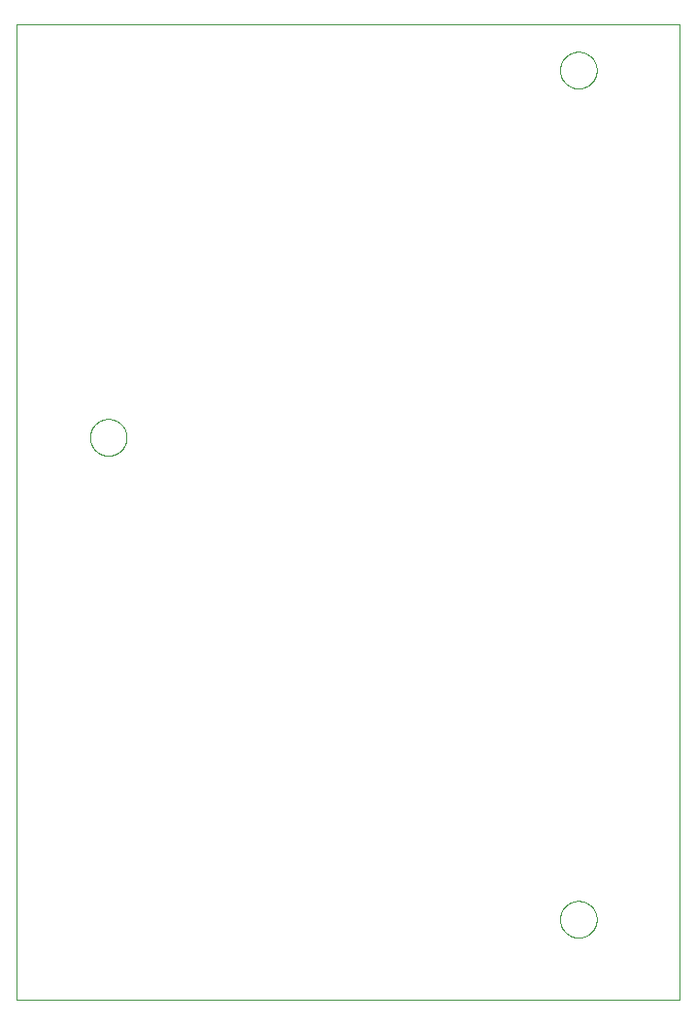
<source format=gtp>
G75*
%MOIN*%
%OFA0B0*%
%FSLAX25Y25*%
%IPPOS*%
%LPD*%
%AMOC8*
5,1,8,0,0,1.08239X$1,22.5*
%
%ADD10C,0.00000*%
D10*
X0001000Y0001000D02*
X0001000Y0335646D01*
X0228559Y0335646D01*
X0228559Y0001000D01*
X0001000Y0001000D01*
X0026197Y0193913D02*
X0026199Y0194071D01*
X0026205Y0194229D01*
X0026215Y0194387D01*
X0026229Y0194545D01*
X0026247Y0194702D01*
X0026268Y0194859D01*
X0026294Y0195015D01*
X0026324Y0195171D01*
X0026357Y0195326D01*
X0026395Y0195479D01*
X0026436Y0195632D01*
X0026481Y0195784D01*
X0026530Y0195935D01*
X0026583Y0196084D01*
X0026639Y0196232D01*
X0026699Y0196378D01*
X0026763Y0196523D01*
X0026831Y0196666D01*
X0026902Y0196808D01*
X0026976Y0196948D01*
X0027054Y0197085D01*
X0027136Y0197221D01*
X0027220Y0197355D01*
X0027309Y0197486D01*
X0027400Y0197615D01*
X0027495Y0197742D01*
X0027592Y0197867D01*
X0027693Y0197989D01*
X0027797Y0198108D01*
X0027904Y0198225D01*
X0028014Y0198339D01*
X0028127Y0198450D01*
X0028242Y0198559D01*
X0028360Y0198664D01*
X0028481Y0198766D01*
X0028604Y0198866D01*
X0028730Y0198962D01*
X0028858Y0199055D01*
X0028988Y0199145D01*
X0029121Y0199231D01*
X0029256Y0199315D01*
X0029392Y0199394D01*
X0029531Y0199471D01*
X0029672Y0199543D01*
X0029814Y0199613D01*
X0029958Y0199678D01*
X0030104Y0199740D01*
X0030251Y0199798D01*
X0030400Y0199853D01*
X0030550Y0199904D01*
X0030701Y0199951D01*
X0030853Y0199994D01*
X0031006Y0200033D01*
X0031161Y0200069D01*
X0031316Y0200100D01*
X0031472Y0200128D01*
X0031628Y0200152D01*
X0031785Y0200172D01*
X0031943Y0200188D01*
X0032100Y0200200D01*
X0032259Y0200208D01*
X0032417Y0200212D01*
X0032575Y0200212D01*
X0032733Y0200208D01*
X0032892Y0200200D01*
X0033049Y0200188D01*
X0033207Y0200172D01*
X0033364Y0200152D01*
X0033520Y0200128D01*
X0033676Y0200100D01*
X0033831Y0200069D01*
X0033986Y0200033D01*
X0034139Y0199994D01*
X0034291Y0199951D01*
X0034442Y0199904D01*
X0034592Y0199853D01*
X0034741Y0199798D01*
X0034888Y0199740D01*
X0035034Y0199678D01*
X0035178Y0199613D01*
X0035320Y0199543D01*
X0035461Y0199471D01*
X0035600Y0199394D01*
X0035736Y0199315D01*
X0035871Y0199231D01*
X0036004Y0199145D01*
X0036134Y0199055D01*
X0036262Y0198962D01*
X0036388Y0198866D01*
X0036511Y0198766D01*
X0036632Y0198664D01*
X0036750Y0198559D01*
X0036865Y0198450D01*
X0036978Y0198339D01*
X0037088Y0198225D01*
X0037195Y0198108D01*
X0037299Y0197989D01*
X0037400Y0197867D01*
X0037497Y0197742D01*
X0037592Y0197615D01*
X0037683Y0197486D01*
X0037772Y0197355D01*
X0037856Y0197221D01*
X0037938Y0197085D01*
X0038016Y0196948D01*
X0038090Y0196808D01*
X0038161Y0196666D01*
X0038229Y0196523D01*
X0038293Y0196378D01*
X0038353Y0196232D01*
X0038409Y0196084D01*
X0038462Y0195935D01*
X0038511Y0195784D01*
X0038556Y0195632D01*
X0038597Y0195479D01*
X0038635Y0195326D01*
X0038668Y0195171D01*
X0038698Y0195015D01*
X0038724Y0194859D01*
X0038745Y0194702D01*
X0038763Y0194545D01*
X0038777Y0194387D01*
X0038787Y0194229D01*
X0038793Y0194071D01*
X0038795Y0193913D01*
X0038793Y0193755D01*
X0038787Y0193597D01*
X0038777Y0193439D01*
X0038763Y0193281D01*
X0038745Y0193124D01*
X0038724Y0192967D01*
X0038698Y0192811D01*
X0038668Y0192655D01*
X0038635Y0192500D01*
X0038597Y0192347D01*
X0038556Y0192194D01*
X0038511Y0192042D01*
X0038462Y0191891D01*
X0038409Y0191742D01*
X0038353Y0191594D01*
X0038293Y0191448D01*
X0038229Y0191303D01*
X0038161Y0191160D01*
X0038090Y0191018D01*
X0038016Y0190878D01*
X0037938Y0190741D01*
X0037856Y0190605D01*
X0037772Y0190471D01*
X0037683Y0190340D01*
X0037592Y0190211D01*
X0037497Y0190084D01*
X0037400Y0189959D01*
X0037299Y0189837D01*
X0037195Y0189718D01*
X0037088Y0189601D01*
X0036978Y0189487D01*
X0036865Y0189376D01*
X0036750Y0189267D01*
X0036632Y0189162D01*
X0036511Y0189060D01*
X0036388Y0188960D01*
X0036262Y0188864D01*
X0036134Y0188771D01*
X0036004Y0188681D01*
X0035871Y0188595D01*
X0035736Y0188511D01*
X0035600Y0188432D01*
X0035461Y0188355D01*
X0035320Y0188283D01*
X0035178Y0188213D01*
X0035034Y0188148D01*
X0034888Y0188086D01*
X0034741Y0188028D01*
X0034592Y0187973D01*
X0034442Y0187922D01*
X0034291Y0187875D01*
X0034139Y0187832D01*
X0033986Y0187793D01*
X0033831Y0187757D01*
X0033676Y0187726D01*
X0033520Y0187698D01*
X0033364Y0187674D01*
X0033207Y0187654D01*
X0033049Y0187638D01*
X0032892Y0187626D01*
X0032733Y0187618D01*
X0032575Y0187614D01*
X0032417Y0187614D01*
X0032259Y0187618D01*
X0032100Y0187626D01*
X0031943Y0187638D01*
X0031785Y0187654D01*
X0031628Y0187674D01*
X0031472Y0187698D01*
X0031316Y0187726D01*
X0031161Y0187757D01*
X0031006Y0187793D01*
X0030853Y0187832D01*
X0030701Y0187875D01*
X0030550Y0187922D01*
X0030400Y0187973D01*
X0030251Y0188028D01*
X0030104Y0188086D01*
X0029958Y0188148D01*
X0029814Y0188213D01*
X0029672Y0188283D01*
X0029531Y0188355D01*
X0029392Y0188432D01*
X0029256Y0188511D01*
X0029121Y0188595D01*
X0028988Y0188681D01*
X0028858Y0188771D01*
X0028730Y0188864D01*
X0028604Y0188960D01*
X0028481Y0189060D01*
X0028360Y0189162D01*
X0028242Y0189267D01*
X0028127Y0189376D01*
X0028014Y0189487D01*
X0027904Y0189601D01*
X0027797Y0189718D01*
X0027693Y0189837D01*
X0027592Y0189959D01*
X0027495Y0190084D01*
X0027400Y0190211D01*
X0027309Y0190340D01*
X0027220Y0190471D01*
X0027136Y0190605D01*
X0027054Y0190741D01*
X0026976Y0190878D01*
X0026902Y0191018D01*
X0026831Y0191160D01*
X0026763Y0191303D01*
X0026699Y0191448D01*
X0026639Y0191594D01*
X0026583Y0191742D01*
X0026530Y0191891D01*
X0026481Y0192042D01*
X0026436Y0192194D01*
X0026395Y0192347D01*
X0026357Y0192500D01*
X0026324Y0192655D01*
X0026294Y0192811D01*
X0026268Y0192967D01*
X0026247Y0193124D01*
X0026229Y0193281D01*
X0026215Y0193439D01*
X0026205Y0193597D01*
X0026199Y0193755D01*
X0026197Y0193913D01*
X0187614Y0319898D02*
X0187616Y0320056D01*
X0187622Y0320214D01*
X0187632Y0320372D01*
X0187646Y0320530D01*
X0187664Y0320687D01*
X0187685Y0320844D01*
X0187711Y0321000D01*
X0187741Y0321156D01*
X0187774Y0321311D01*
X0187812Y0321464D01*
X0187853Y0321617D01*
X0187898Y0321769D01*
X0187947Y0321920D01*
X0188000Y0322069D01*
X0188056Y0322217D01*
X0188116Y0322363D01*
X0188180Y0322508D01*
X0188248Y0322651D01*
X0188319Y0322793D01*
X0188393Y0322933D01*
X0188471Y0323070D01*
X0188553Y0323206D01*
X0188637Y0323340D01*
X0188726Y0323471D01*
X0188817Y0323600D01*
X0188912Y0323727D01*
X0189009Y0323852D01*
X0189110Y0323974D01*
X0189214Y0324093D01*
X0189321Y0324210D01*
X0189431Y0324324D01*
X0189544Y0324435D01*
X0189659Y0324544D01*
X0189777Y0324649D01*
X0189898Y0324751D01*
X0190021Y0324851D01*
X0190147Y0324947D01*
X0190275Y0325040D01*
X0190405Y0325130D01*
X0190538Y0325216D01*
X0190673Y0325300D01*
X0190809Y0325379D01*
X0190948Y0325456D01*
X0191089Y0325528D01*
X0191231Y0325598D01*
X0191375Y0325663D01*
X0191521Y0325725D01*
X0191668Y0325783D01*
X0191817Y0325838D01*
X0191967Y0325889D01*
X0192118Y0325936D01*
X0192270Y0325979D01*
X0192423Y0326018D01*
X0192578Y0326054D01*
X0192733Y0326085D01*
X0192889Y0326113D01*
X0193045Y0326137D01*
X0193202Y0326157D01*
X0193360Y0326173D01*
X0193517Y0326185D01*
X0193676Y0326193D01*
X0193834Y0326197D01*
X0193992Y0326197D01*
X0194150Y0326193D01*
X0194309Y0326185D01*
X0194466Y0326173D01*
X0194624Y0326157D01*
X0194781Y0326137D01*
X0194937Y0326113D01*
X0195093Y0326085D01*
X0195248Y0326054D01*
X0195403Y0326018D01*
X0195556Y0325979D01*
X0195708Y0325936D01*
X0195859Y0325889D01*
X0196009Y0325838D01*
X0196158Y0325783D01*
X0196305Y0325725D01*
X0196451Y0325663D01*
X0196595Y0325598D01*
X0196737Y0325528D01*
X0196878Y0325456D01*
X0197017Y0325379D01*
X0197153Y0325300D01*
X0197288Y0325216D01*
X0197421Y0325130D01*
X0197551Y0325040D01*
X0197679Y0324947D01*
X0197805Y0324851D01*
X0197928Y0324751D01*
X0198049Y0324649D01*
X0198167Y0324544D01*
X0198282Y0324435D01*
X0198395Y0324324D01*
X0198505Y0324210D01*
X0198612Y0324093D01*
X0198716Y0323974D01*
X0198817Y0323852D01*
X0198914Y0323727D01*
X0199009Y0323600D01*
X0199100Y0323471D01*
X0199189Y0323340D01*
X0199273Y0323206D01*
X0199355Y0323070D01*
X0199433Y0322933D01*
X0199507Y0322793D01*
X0199578Y0322651D01*
X0199646Y0322508D01*
X0199710Y0322363D01*
X0199770Y0322217D01*
X0199826Y0322069D01*
X0199879Y0321920D01*
X0199928Y0321769D01*
X0199973Y0321617D01*
X0200014Y0321464D01*
X0200052Y0321311D01*
X0200085Y0321156D01*
X0200115Y0321000D01*
X0200141Y0320844D01*
X0200162Y0320687D01*
X0200180Y0320530D01*
X0200194Y0320372D01*
X0200204Y0320214D01*
X0200210Y0320056D01*
X0200212Y0319898D01*
X0200210Y0319740D01*
X0200204Y0319582D01*
X0200194Y0319424D01*
X0200180Y0319266D01*
X0200162Y0319109D01*
X0200141Y0318952D01*
X0200115Y0318796D01*
X0200085Y0318640D01*
X0200052Y0318485D01*
X0200014Y0318332D01*
X0199973Y0318179D01*
X0199928Y0318027D01*
X0199879Y0317876D01*
X0199826Y0317727D01*
X0199770Y0317579D01*
X0199710Y0317433D01*
X0199646Y0317288D01*
X0199578Y0317145D01*
X0199507Y0317003D01*
X0199433Y0316863D01*
X0199355Y0316726D01*
X0199273Y0316590D01*
X0199189Y0316456D01*
X0199100Y0316325D01*
X0199009Y0316196D01*
X0198914Y0316069D01*
X0198817Y0315944D01*
X0198716Y0315822D01*
X0198612Y0315703D01*
X0198505Y0315586D01*
X0198395Y0315472D01*
X0198282Y0315361D01*
X0198167Y0315252D01*
X0198049Y0315147D01*
X0197928Y0315045D01*
X0197805Y0314945D01*
X0197679Y0314849D01*
X0197551Y0314756D01*
X0197421Y0314666D01*
X0197288Y0314580D01*
X0197153Y0314496D01*
X0197017Y0314417D01*
X0196878Y0314340D01*
X0196737Y0314268D01*
X0196595Y0314198D01*
X0196451Y0314133D01*
X0196305Y0314071D01*
X0196158Y0314013D01*
X0196009Y0313958D01*
X0195859Y0313907D01*
X0195708Y0313860D01*
X0195556Y0313817D01*
X0195403Y0313778D01*
X0195248Y0313742D01*
X0195093Y0313711D01*
X0194937Y0313683D01*
X0194781Y0313659D01*
X0194624Y0313639D01*
X0194466Y0313623D01*
X0194309Y0313611D01*
X0194150Y0313603D01*
X0193992Y0313599D01*
X0193834Y0313599D01*
X0193676Y0313603D01*
X0193517Y0313611D01*
X0193360Y0313623D01*
X0193202Y0313639D01*
X0193045Y0313659D01*
X0192889Y0313683D01*
X0192733Y0313711D01*
X0192578Y0313742D01*
X0192423Y0313778D01*
X0192270Y0313817D01*
X0192118Y0313860D01*
X0191967Y0313907D01*
X0191817Y0313958D01*
X0191668Y0314013D01*
X0191521Y0314071D01*
X0191375Y0314133D01*
X0191231Y0314198D01*
X0191089Y0314268D01*
X0190948Y0314340D01*
X0190809Y0314417D01*
X0190673Y0314496D01*
X0190538Y0314580D01*
X0190405Y0314666D01*
X0190275Y0314756D01*
X0190147Y0314849D01*
X0190021Y0314945D01*
X0189898Y0315045D01*
X0189777Y0315147D01*
X0189659Y0315252D01*
X0189544Y0315361D01*
X0189431Y0315472D01*
X0189321Y0315586D01*
X0189214Y0315703D01*
X0189110Y0315822D01*
X0189009Y0315944D01*
X0188912Y0316069D01*
X0188817Y0316196D01*
X0188726Y0316325D01*
X0188637Y0316456D01*
X0188553Y0316590D01*
X0188471Y0316726D01*
X0188393Y0316863D01*
X0188319Y0317003D01*
X0188248Y0317145D01*
X0188180Y0317288D01*
X0188116Y0317433D01*
X0188056Y0317579D01*
X0188000Y0317727D01*
X0187947Y0317876D01*
X0187898Y0318027D01*
X0187853Y0318179D01*
X0187812Y0318332D01*
X0187774Y0318485D01*
X0187741Y0318640D01*
X0187711Y0318796D01*
X0187685Y0318952D01*
X0187664Y0319109D01*
X0187646Y0319266D01*
X0187632Y0319424D01*
X0187622Y0319582D01*
X0187616Y0319740D01*
X0187614Y0319898D01*
X0187614Y0028559D02*
X0187616Y0028717D01*
X0187622Y0028875D01*
X0187632Y0029033D01*
X0187646Y0029191D01*
X0187664Y0029348D01*
X0187685Y0029505D01*
X0187711Y0029661D01*
X0187741Y0029817D01*
X0187774Y0029972D01*
X0187812Y0030125D01*
X0187853Y0030278D01*
X0187898Y0030430D01*
X0187947Y0030581D01*
X0188000Y0030730D01*
X0188056Y0030878D01*
X0188116Y0031024D01*
X0188180Y0031169D01*
X0188248Y0031312D01*
X0188319Y0031454D01*
X0188393Y0031594D01*
X0188471Y0031731D01*
X0188553Y0031867D01*
X0188637Y0032001D01*
X0188726Y0032132D01*
X0188817Y0032261D01*
X0188912Y0032388D01*
X0189009Y0032513D01*
X0189110Y0032635D01*
X0189214Y0032754D01*
X0189321Y0032871D01*
X0189431Y0032985D01*
X0189544Y0033096D01*
X0189659Y0033205D01*
X0189777Y0033310D01*
X0189898Y0033412D01*
X0190021Y0033512D01*
X0190147Y0033608D01*
X0190275Y0033701D01*
X0190405Y0033791D01*
X0190538Y0033877D01*
X0190673Y0033961D01*
X0190809Y0034040D01*
X0190948Y0034117D01*
X0191089Y0034189D01*
X0191231Y0034259D01*
X0191375Y0034324D01*
X0191521Y0034386D01*
X0191668Y0034444D01*
X0191817Y0034499D01*
X0191967Y0034550D01*
X0192118Y0034597D01*
X0192270Y0034640D01*
X0192423Y0034679D01*
X0192578Y0034715D01*
X0192733Y0034746D01*
X0192889Y0034774D01*
X0193045Y0034798D01*
X0193202Y0034818D01*
X0193360Y0034834D01*
X0193517Y0034846D01*
X0193676Y0034854D01*
X0193834Y0034858D01*
X0193992Y0034858D01*
X0194150Y0034854D01*
X0194309Y0034846D01*
X0194466Y0034834D01*
X0194624Y0034818D01*
X0194781Y0034798D01*
X0194937Y0034774D01*
X0195093Y0034746D01*
X0195248Y0034715D01*
X0195403Y0034679D01*
X0195556Y0034640D01*
X0195708Y0034597D01*
X0195859Y0034550D01*
X0196009Y0034499D01*
X0196158Y0034444D01*
X0196305Y0034386D01*
X0196451Y0034324D01*
X0196595Y0034259D01*
X0196737Y0034189D01*
X0196878Y0034117D01*
X0197017Y0034040D01*
X0197153Y0033961D01*
X0197288Y0033877D01*
X0197421Y0033791D01*
X0197551Y0033701D01*
X0197679Y0033608D01*
X0197805Y0033512D01*
X0197928Y0033412D01*
X0198049Y0033310D01*
X0198167Y0033205D01*
X0198282Y0033096D01*
X0198395Y0032985D01*
X0198505Y0032871D01*
X0198612Y0032754D01*
X0198716Y0032635D01*
X0198817Y0032513D01*
X0198914Y0032388D01*
X0199009Y0032261D01*
X0199100Y0032132D01*
X0199189Y0032001D01*
X0199273Y0031867D01*
X0199355Y0031731D01*
X0199433Y0031594D01*
X0199507Y0031454D01*
X0199578Y0031312D01*
X0199646Y0031169D01*
X0199710Y0031024D01*
X0199770Y0030878D01*
X0199826Y0030730D01*
X0199879Y0030581D01*
X0199928Y0030430D01*
X0199973Y0030278D01*
X0200014Y0030125D01*
X0200052Y0029972D01*
X0200085Y0029817D01*
X0200115Y0029661D01*
X0200141Y0029505D01*
X0200162Y0029348D01*
X0200180Y0029191D01*
X0200194Y0029033D01*
X0200204Y0028875D01*
X0200210Y0028717D01*
X0200212Y0028559D01*
X0200210Y0028401D01*
X0200204Y0028243D01*
X0200194Y0028085D01*
X0200180Y0027927D01*
X0200162Y0027770D01*
X0200141Y0027613D01*
X0200115Y0027457D01*
X0200085Y0027301D01*
X0200052Y0027146D01*
X0200014Y0026993D01*
X0199973Y0026840D01*
X0199928Y0026688D01*
X0199879Y0026537D01*
X0199826Y0026388D01*
X0199770Y0026240D01*
X0199710Y0026094D01*
X0199646Y0025949D01*
X0199578Y0025806D01*
X0199507Y0025664D01*
X0199433Y0025524D01*
X0199355Y0025387D01*
X0199273Y0025251D01*
X0199189Y0025117D01*
X0199100Y0024986D01*
X0199009Y0024857D01*
X0198914Y0024730D01*
X0198817Y0024605D01*
X0198716Y0024483D01*
X0198612Y0024364D01*
X0198505Y0024247D01*
X0198395Y0024133D01*
X0198282Y0024022D01*
X0198167Y0023913D01*
X0198049Y0023808D01*
X0197928Y0023706D01*
X0197805Y0023606D01*
X0197679Y0023510D01*
X0197551Y0023417D01*
X0197421Y0023327D01*
X0197288Y0023241D01*
X0197153Y0023157D01*
X0197017Y0023078D01*
X0196878Y0023001D01*
X0196737Y0022929D01*
X0196595Y0022859D01*
X0196451Y0022794D01*
X0196305Y0022732D01*
X0196158Y0022674D01*
X0196009Y0022619D01*
X0195859Y0022568D01*
X0195708Y0022521D01*
X0195556Y0022478D01*
X0195403Y0022439D01*
X0195248Y0022403D01*
X0195093Y0022372D01*
X0194937Y0022344D01*
X0194781Y0022320D01*
X0194624Y0022300D01*
X0194466Y0022284D01*
X0194309Y0022272D01*
X0194150Y0022264D01*
X0193992Y0022260D01*
X0193834Y0022260D01*
X0193676Y0022264D01*
X0193517Y0022272D01*
X0193360Y0022284D01*
X0193202Y0022300D01*
X0193045Y0022320D01*
X0192889Y0022344D01*
X0192733Y0022372D01*
X0192578Y0022403D01*
X0192423Y0022439D01*
X0192270Y0022478D01*
X0192118Y0022521D01*
X0191967Y0022568D01*
X0191817Y0022619D01*
X0191668Y0022674D01*
X0191521Y0022732D01*
X0191375Y0022794D01*
X0191231Y0022859D01*
X0191089Y0022929D01*
X0190948Y0023001D01*
X0190809Y0023078D01*
X0190673Y0023157D01*
X0190538Y0023241D01*
X0190405Y0023327D01*
X0190275Y0023417D01*
X0190147Y0023510D01*
X0190021Y0023606D01*
X0189898Y0023706D01*
X0189777Y0023808D01*
X0189659Y0023913D01*
X0189544Y0024022D01*
X0189431Y0024133D01*
X0189321Y0024247D01*
X0189214Y0024364D01*
X0189110Y0024483D01*
X0189009Y0024605D01*
X0188912Y0024730D01*
X0188817Y0024857D01*
X0188726Y0024986D01*
X0188637Y0025117D01*
X0188553Y0025251D01*
X0188471Y0025387D01*
X0188393Y0025524D01*
X0188319Y0025664D01*
X0188248Y0025806D01*
X0188180Y0025949D01*
X0188116Y0026094D01*
X0188056Y0026240D01*
X0188000Y0026388D01*
X0187947Y0026537D01*
X0187898Y0026688D01*
X0187853Y0026840D01*
X0187812Y0026993D01*
X0187774Y0027146D01*
X0187741Y0027301D01*
X0187711Y0027457D01*
X0187685Y0027613D01*
X0187664Y0027770D01*
X0187646Y0027927D01*
X0187632Y0028085D01*
X0187622Y0028243D01*
X0187616Y0028401D01*
X0187614Y0028559D01*
M02*

</source>
